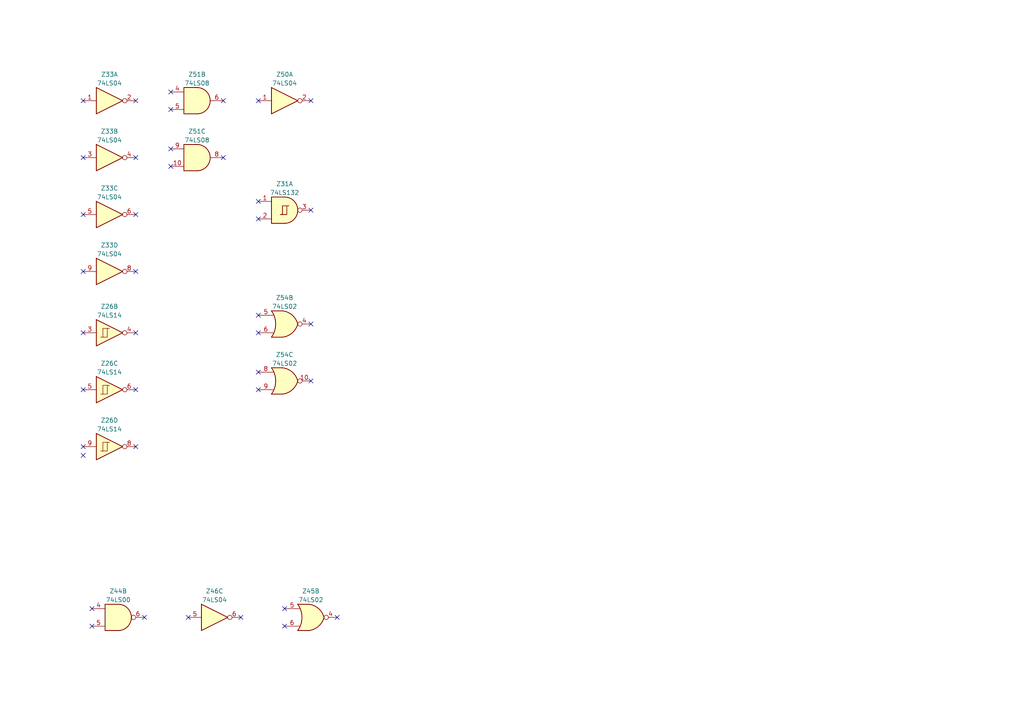
<source format=kicad_sch>
(kicad_sch (version 20221004) (generator eeschema)
  (paper "A4")
  (lib_symbols
    (symbol "74xx:74LS00" (pin_names (offset 1.016))
      (property "Reference" "U" (at 0 1.27 0))
      (property "Value" "74LS00" (at 0 -1.27 0))
      (symbol "74LS00_1_1"
        (arc (start 0 -3.81) (mid 3.81 0) (end 0 3.81) (stroke (width 0.254)) (fill (type background)))
        (polyline (pts (xy 0 3.81) (xy -3.81 3.81) (xy -3.81 -3.81) (xy 0 -3.81)) (stroke (width 0.254)) (fill (type background)))
        (pin input line (at -7.62 2.54 0) (length 3.81) (name "~") (number "1"))
        (pin input line (at -7.62 -2.54 0) (length 3.81) (name "~") (number "2"))
        (pin output inverted (at 7.62 0 180) (length 3.81) (name "~") (number "3"))
      )
      (symbol "74LS00_1_2"
        (arc (start -3.81 -3.81) (mid -2.589 0) (end -3.81 3.81) (stroke (width 0.254)))
        (arc (start -0.6096 -3.81) (mid 2.1842 -2.5851) (end 3.81 0) (stroke (width 0.254)) (fill (type background)))
        (polyline (pts (xy -3.81 -3.81) (xy -0.635 -3.81)) (stroke (width 0.254)) (fill (type background)))
        (polyline (pts (xy -3.81 3.81) (xy -0.635 3.81)) (stroke (width 0.254)) (fill (type background)))
        (polyline (pts (xy -0.635 3.81) (xy -3.81 3.81) (xy -3.81 3.81) (xy -3.556 3.4036) (xy -3.0226 2.2606) (xy -2.6924 1.0414) (xy -2.6162 -0.254) (xy -2.7686 -1.4986) (xy -3.175 -2.7178) (xy -3.81 -3.81) (xy -3.81 -3.81) (xy -0.635 -3.81)) (stroke (width -25.4)) (fill (type background)))
        (arc (start 3.81 0) (mid 2.1915 2.5936) (end -0.6096 3.81) (stroke (width 0.254)) (fill (type background)))
        (pin input inverted (at -7.62 2.54 0) (length 4.318) (name "~") (number "1"))
        (pin input inverted (at -7.62 -2.54 0) (length 4.318) (name "~") (number "2"))
        (pin output line (at 7.62 0 180) (length 3.81) (name "~") (number "3"))
      )
      (symbol "74LS00_2_1"
        (arc (start 0 -3.81) (mid 3.81 0) (end 0 3.81) (stroke (width 0.254)) (fill (type background)))
        (polyline (pts (xy 0 3.81) (xy -3.81 3.81) (xy -3.81 -3.81) (xy 0 -3.81)) (stroke (width 0.254)) (fill (type background)))
        (pin input line (at -7.62 2.54 0) (length 3.81) (name "~") (number "4"))
        (pin input line (at -7.62 -2.54 0) (length 3.81) (name "~") (number "5"))
        (pin output inverted (at 7.62 0 180) (length 3.81) (name "~") (number "6"))
      )
      (symbol "74LS00_2_2"
        (arc (start -3.81 -3.81) (mid -2.589 0) (end -3.81 3.81) (stroke (width 0.254)))
        (arc (start -0.6096 -3.81) (mid 2.1842 -2.5851) (end 3.81 0) (stroke (width 0.254)) (fill (type background)))
        (polyline (pts (xy -3.81 -3.81) (xy -0.635 -3.81)) (stroke (width 0.254)) (fill (type background)))
        (polyline (pts (xy -3.81 3.81) (xy -0.635 3.81)) (stroke (width 0.254)) (fill (type background)))
        (polyline (pts (xy -0.635 3.81) (xy -3.81 3.81) (xy -3.81 3.81) (xy -3.556 3.4036) (xy -3.0226 2.2606) (xy -2.6924 1.0414) (xy -2.6162 -0.254) (xy -2.7686 -1.4986) (xy -3.175 -2.7178) (xy -3.81 -3.81) (xy -3.81 -3.81) (xy -0.635 -3.81)) (stroke (width -25.4)) (fill (type background)))
        (arc (start 3.81 0) (mid 2.1915 2.5936) (end -0.6096 3.81) (stroke (width 0.254)) (fill (type background)))
        (pin input inverted (at -7.62 2.54 0) (length 4.318) (name "~") (number "4"))
        (pin input inverted (at -7.62 -2.54 0) (length 4.318) (name "~") (number "5"))
        (pin output line (at 7.62 0 180) (length 3.81) (name "~") (number "6"))
      )
      (symbol "74LS00_3_1"
        (arc (start 0 -3.81) (mid 3.81 0) (end 0 3.81) (stroke (width 0.254)) (fill (type background)))
        (polyline (pts (xy 0 3.81) (xy -3.81 3.81) (xy -3.81 -3.81) (xy 0 -3.81)) (stroke (width 0.254)) (fill (type background)))
        (pin input line (at -7.62 -2.54 0) (length 3.81) (name "~") (number "10"))
        (pin output inverted (at 7.62 0 180) (length 3.81) (name "~") (number "8"))
        (pin input line (at -7.62 2.54 0) (length 3.81) (name "~") (number "9"))
      )
      (symbol "74LS00_3_2"
        (arc (start -3.81 -3.81) (mid -2.589 0) (end -3.81 3.81) (stroke (width 0.254)))
        (arc (start -0.6096 -3.81) (mid 2.1842 -2.5851) (end 3.81 0) (stroke (width 0.254)) (fill (type background)))
        (polyline (pts (xy -3.81 -3.81) (xy -0.635 -3.81)) (stroke (width 0.254)) (fill (type background)))
        (polyline (pts (xy -3.81 3.81) (xy -0.635 3.81)) (stroke (width 0.254)) (fill (type background)))
        (polyline (pts (xy -0.635 3.81) (xy -3.81 3.81) (xy -3.81 3.81) (xy -3.556 3.4036) (xy -3.0226 2.2606) (xy -2.6924 1.0414) (xy -2.6162 -0.254) (xy -2.7686 -1.4986) (xy -3.175 -2.7178) (xy -3.81 -3.81) (xy -3.81 -3.81) (xy -0.635 -3.81)) (stroke (width -25.4)) (fill (type background)))
        (arc (start 3.81 0) (mid 2.1915 2.5936) (end -0.6096 3.81) (stroke (width 0.254)) (fill (type background)))
        (pin input inverted (at -7.62 -2.54 0) (length 4.318) (name "~") (number "10"))
        (pin output line (at 7.62 0 180) (length 3.81) (name "~") (number "8"))
        (pin input inverted (at -7.62 2.54 0) (length 4.318) (name "~") (number "9"))
      )
      (symbol "74LS00_4_1"
        (arc (start 0 -3.81) (mid 3.81 0) (end 0 3.81) (stroke (width 0.254)) (fill (type background)))
        (polyline (pts (xy 0 3.81) (xy -3.81 3.81) (xy -3.81 -3.81) (xy 0 -3.81)) (stroke (width 0.254)) (fill (type background)))
        (pin output inverted (at 7.62 0 180) (length 3.81) (name "~") (number "11"))
        (pin input line (at -7.62 2.54 0) (length 3.81) (name "~") (number "12"))
        (pin input line (at -7.62 -2.54 0) (length 3.81) (name "~") (number "13"))
      )
      (symbol "74LS00_4_2"
        (arc (start -3.81 -3.81) (mid -2.589 0) (end -3.81 3.81) (stroke (width 0.254)))
        (arc (start -0.6096 -3.81) (mid 2.1842 -2.5851) (end 3.81 0) (stroke (width 0.254)) (fill (type background)))
        (polyline (pts (xy -3.81 -3.81) (xy -0.635 -3.81)) (stroke (width 0.254)) (fill (type background)))
        (polyline (pts (xy -3.81 3.81) (xy -0.635 3.81)) (stroke (width 0.254)) (fill (type background)))
        (polyline (pts (xy -0.635 3.81) (xy -3.81 3.81) (xy -3.81 3.81) (xy -3.556 3.4036) (xy -3.0226 2.2606) (xy -2.6924 1.0414) (xy -2.6162 -0.254) (xy -2.7686 -1.4986) (xy -3.175 -2.7178) (xy -3.81 -3.81) (xy -3.81 -3.81) (xy -0.635 -3.81)) (stroke (width -25.4)) (fill (type background)))
        (arc (start 3.81 0) (mid 2.1915 2.5936) (end -0.6096 3.81) (stroke (width 0.254)) (fill (type background)))
        (pin output line (at 7.62 0 180) (length 3.81) (name "~") (number "11"))
        (pin input inverted (at -7.62 2.54 0) (length 4.318) (name "~") (number "12"))
        (pin input inverted (at -7.62 -2.54 0) (length 4.318) (name "~") (number "13"))
      )
      (symbol "74LS00_5_0"
        (pin power_in line (at 0 12.7 270) (length 5.08) (name "VCC") (number "14"))
        (pin power_in line (at 0 -12.7 90) (length 5.08) (name "GND") (number "7"))
      )
      (symbol "74LS00_5_1"
        (rectangle (start -5.08 7.62) (end 5.08 -7.62) (stroke (width 0.254)) (fill (type background)))
      )
    )
    (symbol "74xx:74LS02" (pin_names (offset 1.016))
      (property "Reference" "U" (at 0 1.27 0))
      (property "Value" "74LS02" (at 0 -1.27 0))
      (symbol "74LS02_1_1"
        (arc (start -3.81 -3.81) (mid -2.589 0) (end -3.81 3.81) (stroke (width 0.254)))
        (arc (start -0.6096 -3.81) (mid 2.1842 -2.5851) (end 3.81 0) (stroke (width 0.254)) (fill (type background)))
        (polyline (pts (xy -3.81 -3.81) (xy -0.635 -3.81)) (stroke (width 0.254)) (fill (type background)))
        (polyline (pts (xy -3.81 3.81) (xy -0.635 3.81)) (stroke (width 0.254)) (fill (type background)))
        (polyline (pts (xy -0.635 3.81) (xy -3.81 3.81) (xy -3.81 3.81) (xy -3.556 3.4036) (xy -3.0226 2.2606) (xy -2.6924 1.0414) (xy -2.6162 -0.254) (xy -2.7686 -1.4986) (xy -3.175 -2.7178) (xy -3.81 -3.81) (xy -3.81 -3.81) (xy -0.635 -3.81)) (stroke (width -25.4)) (fill (type background)))
        (arc (start 3.81 0) (mid 2.1915 2.5936) (end -0.6096 3.81) (stroke (width 0.254)) (fill (type background)))
        (pin output inverted (at 7.62 0 180) (length 3.81) (name "~") (number "1"))
        (pin input line (at -7.62 2.54 0) (length 4.318) (name "~") (number "2"))
        (pin input line (at -7.62 -2.54 0) (length 4.318) (name "~") (number "3"))
      )
      (symbol "74LS02_1_2"
        (arc (start 0 -3.81) (mid 3.81 0) (end 0 3.81) (stroke (width 0.254)) (fill (type background)))
        (polyline (pts (xy 0 3.81) (xy -3.81 3.81) (xy -3.81 -3.81) (xy 0 -3.81)) (stroke (width 0.254)) (fill (type background)))
        (pin output line (at 7.62 0 180) (length 3.81) (name "~") (number "1"))
        (pin input inverted (at -7.62 2.54 0) (length 3.81) (name "~") (number "2"))
        (pin input inverted (at -7.62 -2.54 0) (length 3.81) (name "~") (number "3"))
      )
      (symbol "74LS02_2_1"
        (arc (start -3.81 -3.81) (mid -2.589 0) (end -3.81 3.81) (stroke (width 0.254)))
        (arc (start -0.6096 -3.81) (mid 2.1842 -2.5851) (end 3.81 0) (stroke (width 0.254)) (fill (type background)))
        (polyline (pts (xy -3.81 -3.81) (xy -0.635 -3.81)) (stroke (width 0.254)) (fill (type background)))
        (polyline (pts (xy -3.81 3.81) (xy -0.635 3.81)) (stroke (width 0.254)) (fill (type background)))
        (polyline (pts (xy -0.635 3.81) (xy -3.81 3.81) (xy -3.81 3.81) (xy -3.556 3.4036) (xy -3.0226 2.2606) (xy -2.6924 1.0414) (xy -2.6162 -0.254) (xy -2.7686 -1.4986) (xy -3.175 -2.7178) (xy -3.81 -3.81) (xy -3.81 -3.81) (xy -0.635 -3.81)) (stroke (width -25.4)) (fill (type background)))
        (arc (start 3.81 0) (mid 2.1915 2.5936) (end -0.6096 3.81) (stroke (width 0.254)) (fill (type background)))
        (pin output inverted (at 7.62 0 180) (length 3.81) (name "~") (number "4"))
        (pin input line (at -7.62 2.54 0) (length 4.318) (name "~") (number "5"))
        (pin input line (at -7.62 -2.54 0) (length 4.318) (name "~") (number "6"))
      )
      (symbol "74LS02_2_2"
        (arc (start 0 -3.81) (mid 3.81 0) (end 0 3.81) (stroke (width 0.254)) (fill (type background)))
        (polyline (pts (xy 0 3.81) (xy -3.81 3.81) (xy -3.81 -3.81) (xy 0 -3.81)) (stroke (width 0.254)) (fill (type background)))
        (pin output line (at 7.62 0 180) (length 3.81) (name "~") (number "4"))
        (pin input inverted (at -7.62 2.54 0) (length 3.81) (name "~") (number "5"))
        (pin input inverted (at -7.62 -2.54 0) (length 3.81) (name "~") (number "6"))
      )
      (symbol "74LS02_3_1"
        (arc (start -3.81 -3.81) (mid -2.589 0) (end -3.81 3.81) (stroke (width 0.254)))
        (arc (start -0.6096 -3.81) (mid 2.1842 -2.5851) (end 3.81 0) (stroke (width 0.254)) (fill (type background)))
        (polyline (pts (xy -3.81 -3.81) (xy -0.635 -3.81)) (stroke (width 0.254)) (fill (type background)))
        (polyline (pts (xy -3.81 3.81) (xy -0.635 3.81)) (stroke (width 0.254)) (fill (type background)))
        (polyline (pts (xy -0.635 3.81) (xy -3.81 3.81) (xy -3.81 3.81) (xy -3.556 3.4036) (xy -3.0226 2.2606) (xy -2.6924 1.0414) (xy -2.6162 -0.254) (xy -2.7686 -1.4986) (xy -3.175 -2.7178) (xy -3.81 -3.81) (xy -3.81 -3.81) (xy -0.635 -3.81)) (stroke (width -25.4)) (fill (type background)))
        (arc (start 3.81 0) (mid 2.1915 2.5936) (end -0.6096 3.81) (stroke (width 0.254)) (fill (type background)))
        (pin output inverted (at 7.62 0 180) (length 3.81) (name "~") (number "10"))
        (pin input line (at -7.62 2.54 0) (length 4.318) (name "~") (number "8"))
        (pin input line (at -7.62 -2.54 0) (length 4.318) (name "~") (number "9"))
      )
      (symbol "74LS02_3_2"
        (arc (start 0 -3.81) (mid 3.81 0) (end 0 3.81) (stroke (width 0.254)) (fill (type background)))
        (polyline (pts (xy 0 3.81) (xy -3.81 3.81) (xy -3.81 -3.81) (xy 0 -3.81)) (stroke (width 0.254)) (fill (type background)))
        (pin output line (at 7.62 0 180) (length 3.81) (name "~") (number "10"))
        (pin input inverted (at -7.62 2.54 0) (length 3.81) (name "~") (number "8"))
        (pin input inverted (at -7.62 -2.54 0) (length 3.81) (name "~") (number "9"))
      )
      (symbol "74LS02_4_1"
        (arc (start -3.81 -3.81) (mid -2.589 0) (end -3.81 3.81) (stroke (width 0.254)))
        (arc (start -0.6096 -3.81) (mid 2.1842 -2.5851) (end 3.81 0) (stroke (width 0.254)) (fill (type background)))
        (polyline (pts (xy -3.81 -3.81) (xy -0.635 -3.81)) (stroke (width 0.254)) (fill (type background)))
        (polyline (pts (xy -3.81 3.81) (xy -0.635 3.81)) (stroke (width 0.254)) (fill (type background)))
        (polyline (pts (xy -0.635 3.81) (xy -3.81 3.81) (xy -3.81 3.81) (xy -3.556 3.4036) (xy -3.0226 2.2606) (xy -2.6924 1.0414) (xy -2.6162 -0.254) (xy -2.7686 -1.4986) (xy -3.175 -2.7178) (xy -3.81 -3.81) (xy -3.81 -3.81) (xy -0.635 -3.81)) (stroke (width -25.4)) (fill (type background)))
        (arc (start 3.81 0) (mid 2.1915 2.5936) (end -0.6096 3.81) (stroke (width 0.254)) (fill (type background)))
        (pin input line (at -7.62 2.54 0) (length 4.318) (name "~") (number "11"))
        (pin input line (at -7.62 -2.54 0) (length 4.318) (name "~") (number "12"))
        (pin output inverted (at 7.62 0 180) (length 3.81) (name "~") (number "13"))
      )
      (symbol "74LS02_4_2"
        (arc (start 0 -3.81) (mid 3.81 0) (end 0 3.81) (stroke (width 0.254)) (fill (type background)))
        (polyline (pts (xy 0 3.81) (xy -3.81 3.81) (xy -3.81 -3.81) (xy 0 -3.81)) (stroke (width 0.254)) (fill (type background)))
        (pin input inverted (at -7.62 2.54 0) (length 3.81) (name "~") (number "11"))
        (pin input inverted (at -7.62 -2.54 0) (length 3.81) (name "~") (number "12"))
        (pin output line (at 7.62 0 180) (length 3.81) (name "~") (number "13"))
      )
      (symbol "74LS02_5_0"
        (pin power_in line (at 0 12.7 270) (length 5.08) (name "VCC") (number "14"))
        (pin power_in line (at 0 -12.7 90) (length 5.08) (name "GND") (number "7"))
      )
      (symbol "74LS02_5_1"
        (rectangle (start -5.08 7.62) (end 5.08 -7.62) (stroke (width 0.254)) (fill (type background)))
      )
    )
    (symbol "74xx:74LS04"
      (property "Reference" "U" (at 0 1.27 0))
      (property "Value" "74LS04" (at 0 -1.27 0))
      (symbol "74LS04_1_0"
        (polyline (pts (xy -3.81 3.81) (xy -3.81 -3.81) (xy 3.81 0) (xy -3.81 3.81)) (stroke (width 0.254)) (fill (type background)))
        (pin input line (at -7.62 0 0) (length 3.81) (name "~") (number "1"))
        (pin output inverted (at 7.62 0 180) (length 3.81) (name "~") (number "2"))
      )
      (symbol "74LS04_2_0"
        (polyline (pts (xy -3.81 3.81) (xy -3.81 -3.81) (xy 3.81 0) (xy -3.81 3.81)) (stroke (width 0.254)) (fill (type background)))
        (pin input line (at -7.62 0 0) (length 3.81) (name "~") (number "3"))
        (pin output inverted (at 7.62 0 180) (length 3.81) (name "~") (number "4"))
      )
      (symbol "74LS04_3_0"
        (polyline (pts (xy -3.81 3.81) (xy -3.81 -3.81) (xy 3.81 0) (xy -3.81 3.81)) (stroke (width 0.254)) (fill (type background)))
        (pin input line (at -7.62 0 0) (length 3.81) (name "~") (number "5"))
        (pin output inverted (at 7.62 0 180) (length 3.81) (name "~") (number "6"))
      )
      (symbol "74LS04_4_0"
        (polyline (pts (xy -3.81 3.81) (xy -3.81 -3.81) (xy 3.81 0) (xy -3.81 3.81)) (stroke (width 0.254)) (fill (type background)))
        (pin output inverted (at 7.62 0 180) (length 3.81) (name "~") (number "8"))
        (pin input line (at -7.62 0 0) (length 3.81) (name "~") (number "9"))
      )
      (symbol "74LS04_5_0"
        (polyline (pts (xy -3.81 3.81) (xy -3.81 -3.81) (xy 3.81 0) (xy -3.81 3.81)) (stroke (width 0.254)) (fill (type background)))
        (pin output inverted (at 7.62 0 180) (length 3.81) (name "~") (number "10"))
        (pin input line (at -7.62 0 0) (length 3.81) (name "~") (number "11"))
      )
      (symbol "74LS04_6_0"
        (polyline (pts (xy -3.81 3.81) (xy -3.81 -3.81) (xy 3.81 0) (xy -3.81 3.81)) (stroke (width 0.254)) (fill (type background)))
        (pin output inverted (at 7.62 0 180) (length 3.81) (name "~") (number "12"))
        (pin input line (at -7.62 0 0) (length 3.81) (name "~") (number "13"))
      )
      (symbol "74LS04_7_0"
        (pin power_in line (at 0 12.7 270) (length 5.08) (name "VCC") (number "14"))
        (pin power_in line (at 0 -12.7 90) (length 5.08) (name "GND") (number "7"))
      )
      (symbol "74LS04_7_1"
        (rectangle (start -5.08 7.62) (end 5.08 -7.62) (stroke (width 0.254)) (fill (type background)))
      )
    )
    (symbol "74xx:74LS08" (pin_names (offset 1.016))
      (property "Reference" "U" (at 0 1.27 0))
      (property "Value" "74LS08" (at 0 -1.27 0))
      (symbol "74LS08_1_1"
        (arc (start 0 -3.81) (mid 3.81 0) (end 0 3.81) (stroke (width 0.254)) (fill (type background)))
        (polyline (pts (xy 0 3.81) (xy -3.81 3.81) (xy -3.81 -3.81) (xy 0 -3.81)) (stroke (width 0.254)) (fill (type background)))
        (pin input line (at -7.62 2.54 0) (length 3.81) (name "~") (number "1"))
        (pin input line (at -7.62 -2.54 0) (length 3.81) (name "~") (number "2"))
        (pin output line (at 7.62 0 180) (length 3.81) (name "~") (number "3"))
      )
      (symbol "74LS08_1_2"
        (arc (start -3.81 -3.81) (mid -2.589 0) (end -3.81 3.81) (stroke (width 0.254)))
        (arc (start -0.6096 -3.81) (mid 2.1842 -2.5851) (end 3.81 0) (stroke (width 0.254)) (fill (type background)))
        (polyline (pts (xy -3.81 -3.81) (xy -0.635 -3.81)) (stroke (width 0.254)) (fill (type background)))
        (polyline (pts (xy -3.81 3.81) (xy -0.635 3.81)) (stroke (width 0.254)) (fill (type background)))
        (polyline (pts (xy -0.635 3.81) (xy -3.81 3.81) (xy -3.81 3.81) (xy -3.556 3.4036) (xy -3.0226 2.2606) (xy -2.6924 1.0414) (xy -2.6162 -0.254) (xy -2.7686 -1.4986) (xy -3.175 -2.7178) (xy -3.81 -3.81) (xy -3.81 -3.81) (xy -0.635 -3.81)) (stroke (width -25.4)) (fill (type background)))
        (arc (start 3.81 0) (mid 2.1915 2.5936) (end -0.6096 3.81) (stroke (width 0.254)) (fill (type background)))
        (pin input inverted (at -7.62 2.54 0) (length 4.318) (name "~") (number "1"))
        (pin input inverted (at -7.62 -2.54 0) (length 4.318) (name "~") (number "2"))
        (pin output inverted (at 7.62 0 180) (length 3.81) (name "~") (number "3"))
      )
      (symbol "74LS08_2_1"
        (arc (start 0 -3.81) (mid 3.81 0) (end 0 3.81) (stroke (width 0.254)) (fill (type background)))
        (polyline (pts (xy 0 3.81) (xy -3.81 3.81) (xy -3.81 -3.81) (xy 0 -3.81)) (stroke (width 0.254)) (fill (type background)))
        (pin input line (at -7.62 2.54 0) (length 3.81) (name "~") (number "4"))
        (pin input line (at -7.62 -2.54 0) (length 3.81) (name "~") (number "5"))
        (pin output line (at 7.62 0 180) (length 3.81) (name "~") (number "6"))
      )
      (symbol "74LS08_2_2"
        (arc (start -3.81 -3.81) (mid -2.589 0) (end -3.81 3.81) (stroke (width 0.254)))
        (arc (start -0.6096 -3.81) (mid 2.1842 -2.5851) (end 3.81 0) (stroke (width 0.254)) (fill (type background)))
        (polyline (pts (xy -3.81 -3.81) (xy -0.635 -3.81)) (stroke (width 0.254)) (fill (type background)))
        (polyline (pts (xy -3.81 3.81) (xy -0.635 3.81)) (stroke (width 0.254)) (fill (type background)))
        (polyline (pts (xy -0.635 3.81) (xy -3.81 3.81) (xy -3.81 3.81) (xy -3.556 3.4036) (xy -3.0226 2.2606) (xy -2.6924 1.0414) (xy -2.6162 -0.254) (xy -2.7686 -1.4986) (xy -3.175 -2.7178) (xy -3.81 -3.81) (xy -3.81 -3.81) (xy -0.635 -3.81)) (stroke (width -25.4)) (fill (type background)))
        (arc (start 3.81 0) (mid 2.1915 2.5936) (end -0.6096 3.81) (stroke (width 0.254)) (fill (type background)))
        (pin input inverted (at -7.62 2.54 0) (length 4.318) (name "~") (number "4"))
        (pin input inverted (at -7.62 -2.54 0) (length 4.318) (name "~") (number "5"))
        (pin output inverted (at 7.62 0 180) (length 3.81) (name "~") (number "6"))
      )
      (symbol "74LS08_3_1"
        (arc (start 0 -3.81) (mid 3.81 0) (end 0 3.81) (stroke (width 0.254)) (fill (type background)))
        (polyline (pts (xy 0 3.81) (xy -3.81 3.81) (xy -3.81 -3.81) (xy 0 -3.81)) (stroke (width 0.254)) (fill (type background)))
        (pin input line (at -7.62 -2.54 0) (length 3.81) (name "~") (number "10"))
        (pin output line (at 7.62 0 180) (length 3.81) (name "~") (number "8"))
        (pin input line (at -7.62 2.54 0) (length 3.81) (name "~") (number "9"))
      )
      (symbol "74LS08_3_2"
        (arc (start -3.81 -3.81) (mid -2.589 0) (end -3.81 3.81) (stroke (width 0.254)))
        (arc (start -0.6096 -3.81) (mid 2.1842 -2.5851) (end 3.81 0) (stroke (width 0.254)) (fill (type background)))
        (polyline (pts (xy -3.81 -3.81) (xy -0.635 -3.81)) (stroke (width 0.254)) (fill (type background)))
        (polyline (pts (xy -3.81 3.81) (xy -0.635 3.81)) (stroke (width 0.254)) (fill (type background)))
        (polyline (pts (xy -0.635 3.81) (xy -3.81 3.81) (xy -3.81 3.81) (xy -3.556 3.4036) (xy -3.0226 2.2606) (xy -2.6924 1.0414) (xy -2.6162 -0.254) (xy -2.7686 -1.4986) (xy -3.175 -2.7178) (xy -3.81 -3.81) (xy -3.81 -3.81) (xy -0.635 -3.81)) (stroke (width -25.4)) (fill (type background)))
        (arc (start 3.81 0) (mid 2.1915 2.5936) (end -0.6096 3.81) (stroke (width 0.254)) (fill (type background)))
        (pin input inverted (at -7.62 -2.54 0) (length 4.318) (name "~") (number "10"))
        (pin output inverted (at 7.62 0 180) (length 3.81) (name "~") (number "8"))
        (pin input inverted (at -7.62 2.54 0) (length 4.318) (name "~") (number "9"))
      )
      (symbol "74LS08_4_1"
        (arc (start 0 -3.81) (mid 3.81 0) (end 0 3.81) (stroke (width 0.254)) (fill (type background)))
        (polyline (pts (xy 0 3.81) (xy -3.81 3.81) (xy -3.81 -3.81) (xy 0 -3.81)) (stroke (width 0.254)) (fill (type background)))
        (pin output line (at 7.62 0 180) (length 3.81) (name "~") (number "11"))
        (pin input line (at -7.62 2.54 0) (length 3.81) (name "~") (number "12"))
        (pin input line (at -7.62 -2.54 0) (length 3.81) (name "~") (number "13"))
      )
      (symbol "74LS08_4_2"
        (arc (start -3.81 -3.81) (mid -2.589 0) (end -3.81 3.81) (stroke (width 0.254)))
        (arc (start -0.6096 -3.81) (mid 2.1842 -2.5851) (end 3.81 0) (stroke (width 0.254)) (fill (type background)))
        (polyline (pts (xy -3.81 -3.81) (xy -0.635 -3.81)) (stroke (width 0.254)) (fill (type background)))
        (polyline (pts (xy -3.81 3.81) (xy -0.635 3.81)) (stroke (width 0.254)) (fill (type background)))
        (polyline (pts (xy -0.635 3.81) (xy -3.81 3.81) (xy -3.81 3.81) (xy -3.556 3.4036) (xy -3.0226 2.2606) (xy -2.6924 1.0414) (xy -2.6162 -0.254) (xy -2.7686 -1.4986) (xy -3.175 -2.7178) (xy -3.81 -3.81) (xy -3.81 -3.81) (xy -0.635 -3.81)) (stroke (width -25.4)) (fill (type background)))
        (arc (start 3.81 0) (mid 2.1915 2.5936) (end -0.6096 3.81) (stroke (width 0.254)) (fill (type background)))
        (pin output inverted (at 7.62 0 180) (length 3.81) (name "~") (number "11"))
        (pin input inverted (at -7.62 2.54 0) (length 4.318) (name "~") (number "12"))
        (pin input inverted (at -7.62 -2.54 0) (length 4.318) (name "~") (number "13"))
      )
      (symbol "74LS08_5_0"
        (pin power_in line (at 0 12.7 270) (length 5.08) (name "VCC") (number "14"))
        (pin power_in line (at 0 -12.7 90) (length 5.08) (name "GND") (number "7"))
      )
      (symbol "74LS08_5_1"
        (rectangle (start -5.08 7.62) (end 5.08 -7.62) (stroke (width 0.254)) (fill (type background)))
      )
    )
    (symbol "74xx:74LS132" (pin_names (offset 1.016))
      (property "Reference" "U" (at 0 1.27 0))
      (property "Value" "74LS132" (at 0 -1.27 0))
      (symbol "74LS132_1_0"
        (polyline (pts (xy -0.635 -1.27) (xy -0.635 1.27) (xy 0.635 1.27)))
        (polyline (pts (xy -0.635 -1.27) (xy -0.635 1.27) (xy 0.635 1.27)))
        (polyline (pts (xy -1.27 -1.27) (xy 0.635 -1.27) (xy 0.635 1.27) (xy 1.27 1.27)))
        (polyline (pts (xy -1.27 -1.27) (xy 0.635 -1.27) (xy 0.635 1.27) (xy 1.27 1.27)))
      )
      (symbol "74LS132_1_1"
        (arc (start 0 -3.81) (mid 3.81 0) (end 0 3.81) (stroke (width 0.254)) (fill (type background)))
        (polyline (pts (xy 0 3.81) (xy -3.81 3.81) (xy -3.81 -3.81) (xy 0 -3.81)) (stroke (width 0.254)) (fill (type background)))
        (pin input line (at -7.62 2.54 0) (length 3.81) (name "~") (number "1"))
        (pin input line (at -7.62 -2.54 0) (length 3.81) (name "~") (number "2"))
        (pin output inverted (at 7.62 0 180) (length 3.81) (name "~") (number "3"))
      )
      (symbol "74LS132_1_2"
        (arc (start -3.81 -3.81) (mid -2.589 0) (end -3.81 3.81) (stroke (width 0.254)))
        (arc (start -0.6096 -3.81) (mid 2.1842 -2.5851) (end 3.81 0) (stroke (width 0.254)) (fill (type background)))
        (polyline (pts (xy -3.81 -3.81) (xy -0.635 -3.81)) (stroke (width 0.254)) (fill (type background)))
        (polyline (pts (xy -3.81 3.81) (xy -0.635 3.81)) (stroke (width 0.254)) (fill (type background)))
        (polyline (pts (xy -0.635 3.81) (xy -3.81 3.81) (xy -3.81 3.81) (xy -3.556 3.4036) (xy -3.0226 2.2606) (xy -2.6924 1.0414) (xy -2.6162 -0.254) (xy -2.7686 -1.4986) (xy -3.175 -2.7178) (xy -3.81 -3.81) (xy -3.81 -3.81) (xy -0.635 -3.81)) (stroke (width -25.4)) (fill (type background)))
        (arc (start 3.81 0) (mid 2.1915 2.5936) (end -0.6096 3.81) (stroke (width 0.254)) (fill (type background)))
        (pin input inverted (at -7.62 2.54 0) (length 4.318) (name "~") (number "1"))
        (pin input inverted (at -7.62 -2.54 0) (length 4.318) (name "~") (number "2"))
        (pin output line (at 7.62 0 180) (length 3.81) (name "~") (number "3"))
      )
      (symbol "74LS132_2_0"
        (polyline (pts (xy -0.635 -1.27) (xy -0.635 1.27) (xy 0.635 1.27)))
        (polyline (pts (xy -0.635 -1.27) (xy -0.635 1.27) (xy 0.635 1.27)))
        (polyline (pts (xy -1.27 -1.27) (xy 0.635 -1.27) (xy 0.635 1.27) (xy 1.27 1.27)))
        (polyline (pts (xy -1.27 -1.27) (xy 0.635 -1.27) (xy 0.635 1.27) (xy 1.27 1.27)))
      )
      (symbol "74LS132_2_1"
        (arc (start 0 -3.81) (mid 3.81 0) (end 0 3.81) (stroke (width 0.254)) (fill (type background)))
        (polyline (pts (xy 0 3.81) (xy -3.81 3.81) (xy -3.81 -3.81) (xy 0 -3.81)) (stroke (width 0.254)) (fill (type background)))
        (pin input line (at -7.62 2.54 0) (length 3.81) (name "~") (number "4"))
        (pin input line (at -7.62 -2.54 0) (length 3.81) (name "~") (number "5"))
        (pin output inverted (at 7.62 0 180) (length 3.81) (name "~") (number "6"))
      )
      (symbol "74LS132_2_2"
        (arc (start -3.81 -3.81) (mid -2.589 0) (end -3.81 3.81) (stroke (width 0.254)))
        (arc (start -0.6096 -3.81) (mid 2.1842 -2.5851) (end 3.81 0) (stroke (width 0.254)) (fill (type background)))
        (polyline (pts (xy -3.81 -3.81) (xy -0.635 -3.81)) (stroke (width 0.254)) (fill (type background)))
        (polyline (pts (xy -3.81 3.81) (xy -0.635 3.81)) (stroke (width 0.254)) (fill (type background)))
        (polyline (pts (xy -0.635 3.81) (xy -3.81 3.81) (xy -3.81 3.81) (xy -3.556 3.4036) (xy -3.0226 2.2606) (xy -2.6924 1.0414) (xy -2.6162 -0.254) (xy -2.7686 -1.4986) (xy -3.175 -2.7178) (xy -3.81 -3.81) (xy -3.81 -3.81) (xy -0.635 -3.81)) (stroke (width -25.4)) (fill (type background)))
        (arc (start 3.81 0) (mid 2.1915 2.5936) (end -0.6096 3.81) (stroke (width 0.254)) (fill (type background)))
        (pin input inverted (at -7.62 2.54 0) (length 4.318) (name "~") (number "4"))
        (pin input inverted (at -7.62 -2.54 0) (length 4.318) (name "~") (number "5"))
        (pin output line (at 7.62 0 180) (length 3.81) (name "~") (number "6"))
      )
      (symbol "74LS132_3_0"
        (polyline (pts (xy -0.635 -1.27) (xy -0.635 1.27) (xy 0.635 1.27)))
        (polyline (pts (xy -0.635 -1.27) (xy -0.635 1.27) (xy 0.635 1.27)))
        (polyline (pts (xy -1.27 -1.27) (xy 0.635 -1.27) (xy 0.635 1.27) (xy 1.27 1.27)))
        (polyline (pts (xy -1.27 -1.27) (xy 0.635 -1.27) (xy 0.635 1.27) (xy 1.27 1.27)))
      )
      (symbol "74LS132_3_1"
        (arc (start 0 -3.81) (mid 3.81 0) (end 0 3.81) (stroke (width 0.254)) (fill (type background)))
        (polyline (pts (xy 0 3.81) (xy -3.81 3.81) (xy -3.81 -3.81) (xy 0 -3.81)) (stroke (width 0.254)) (fill (type background)))
        (pin input line (at -7.62 -2.54 0) (length 3.81) (name "~") (number "10"))
        (pin output inverted (at 7.62 0 180) (length 3.81) (name "~") (number "8"))
        (pin input line (at -7.62 2.54 0) (length 3.81) (name "~") (number "9"))
      )
      (symbol "74LS132_3_2"
        (arc (start -3.81 -3.81) (mid -2.589 0) (end -3.81 3.81) (stroke (width 0.254)))
        (arc (start -0.6096 -3.81) (mid 2.1842 -2.5851) (end 3.81 0) (stroke (width 0.254)) (fill (type background)))
        (polyline (pts (xy -3.81 -3.81) (xy -0.635 -3.81)) (stroke (width 0.254)) (fill (type background)))
        (polyline (pts (xy -3.81 3.81) (xy -0.635 3.81)) (stroke (width 0.254)) (fill (type background)))
        (polyline (pts (xy -0.635 3.81) (xy -3.81 3.81) (xy -3.81 3.81) (xy -3.556 3.4036) (xy -3.0226 2.2606) (xy -2.6924 1.0414) (xy -2.6162 -0.254) (xy -2.7686 -1.4986) (xy -3.175 -2.7178) (xy -3.81 -3.81) (xy -3.81 -3.81) (xy -0.635 -3.81)) (stroke (width -25.4)) (fill (type background)))
        (arc (start 3.81 0) (mid 2.1915 2.5936) (end -0.6096 3.81) (stroke (width 0.254)) (fill (type background)))
        (pin input inverted (at -7.62 -2.54 0) (length 4.318) (name "~") (number "10"))
        (pin output line (at 7.62 0 180) (length 3.81) (name "~") (number "8"))
        (pin input inverted (at -7.62 2.54 0) (length 4.318) (name "~") (number "9"))
      )
      (symbol "74LS132_4_0"
        (polyline (pts (xy -0.635 -1.27) (xy -0.635 1.27) (xy 0.635 1.27)))
        (polyline (pts (xy -0.635 -1.27) (xy -0.635 1.27) (xy 0.635 1.27)))
        (polyline (pts (xy -1.27 -1.27) (xy 0.635 -1.27) (xy 0.635 1.27) (xy 1.27 1.27)))
        (polyline (pts (xy -1.27 -1.27) (xy 0.635 -1.27) (xy 0.635 1.27) (xy 1.27 1.27)))
      )
      (symbol "74LS132_4_1"
        (arc (start 0 -3.81) (mid 3.81 0) (end 0 3.81) (stroke (width 0.254)) (fill (type background)))
        (polyline (pts (xy 0 3.81) (xy -3.81 3.81) (xy -3.81 -3.81) (xy 0 -3.81)) (stroke (width 0.254)) (fill (type background)))
        (pin output inverted (at 7.62 0 180) (length 3.81) (name "~") (number "11"))
        (pin input line (at -7.62 2.54 0) (length 3.81) (name "~") (number "12"))
        (pin input line (at -7.62 -2.54 0) (length 3.81) (name "~") (number "13"))
      )
      (symbol "74LS132_4_2"
        (arc (start -3.81 -3.81) (mid -2.589 0) (end -3.81 3.81) (stroke (width 0.254)))
        (arc (start -0.6096 -3.81) (mid 2.1842 -2.5851) (end 3.81 0) (stroke (width 0.254)) (fill (type background)))
        (polyline (pts (xy -3.81 -3.81) (xy -0.635 -3.81)) (stroke (width 0.254)) (fill (type background)))
        (polyline (pts (xy -3.81 3.81) (xy -0.635 3.81)) (stroke (width 0.254)) (fill (type background)))
        (polyline (pts (xy -0.635 3.81) (xy -3.81 3.81) (xy -3.81 3.81) (xy -3.556 3.4036) (xy -3.0226 2.2606) (xy -2.6924 1.0414) (xy -2.6162 -0.254) (xy -2.7686 -1.4986) (xy -3.175 -2.7178) (xy -3.81 -3.81) (xy -3.81 -3.81) (xy -0.635 -3.81)) (stroke (width -25.4)) (fill (type background)))
        (arc (start 3.81 0) (mid 2.1915 2.5936) (end -0.6096 3.81) (stroke (width 0.254)) (fill (type background)))
        (pin output line (at 7.62 0 180) (length 3.81) (name "~") (number "11"))
        (pin input inverted (at -7.62 2.54 0) (length 4.318) (name "~") (number "12"))
        (pin input inverted (at -7.62 -2.54 0) (length 4.318) (name "~") (number "13"))
      )
      (symbol "74LS132_5_0"
        (pin power_in line (at 0 12.7 270) (length 5.08) (name "VCC") (number "14"))
        (pin power_in line (at 0 -12.7 90) (length 5.08) (name "GND") (number "7"))
      )
      (symbol "74LS132_5_1"
        (rectangle (start -5.08 7.62) (end 5.08 -7.62) (stroke (width 0.254)) (fill (type background)))
      )
    )
    (symbol "74xx:74LS14" (pin_names (offset 1.016))
      (property "Reference" "U" (at 0 1.27 0))
      (property "Value" "74LS14" (at 0 -1.27 0))
      (symbol "74LS14_1_0"
        (polyline (pts (xy -3.81 3.81) (xy -3.81 -3.81) (xy 3.81 0) (xy -3.81 3.81)) (stroke (width 0.254)) (fill (type background)))
        (pin input line (at -7.62 0 0) (length 3.81) (name "~") (number "1"))
        (pin output inverted (at 7.62 0 180) (length 3.81) (name "~") (number "2"))
      )
      (symbol "74LS14_1_1"
        (polyline (pts (xy -1.905 -1.27) (xy -1.905 1.27) (xy -0.635 1.27)))
        (polyline (pts (xy -2.54 -1.27) (xy -0.635 -1.27) (xy -0.635 1.27) (xy 0 1.27)))
      )
      (symbol "74LS14_2_0"
        (polyline (pts (xy -3.81 3.81) (xy -3.81 -3.81) (xy 3.81 0) (xy -3.81 3.81)) (stroke (width 0.254)) (fill (type background)))
        (pin input line (at -7.62 0 0) (length 3.81) (name "~") (number "3"))
        (pin output inverted (at 7.62 0 180) (length 3.81) (name "~") (number "4"))
      )
      (symbol "74LS14_2_1"
        (polyline (pts (xy -1.905 -1.27) (xy -1.905 1.27) (xy -0.635 1.27)))
        (polyline (pts (xy -2.54 -1.27) (xy -0.635 -1.27) (xy -0.635 1.27) (xy 0 1.27)))
      )
      (symbol "74LS14_3_0"
        (polyline (pts (xy -3.81 3.81) (xy -3.81 -3.81) (xy 3.81 0) (xy -3.81 3.81)) (stroke (width 0.254)) (fill (type background)))
        (pin input line (at -7.62 0 0) (length 3.81) (name "~") (number "5"))
        (pin output inverted (at 7.62 0 180) (length 3.81) (name "~") (number "6"))
      )
      (symbol "74LS14_3_1"
        (polyline (pts (xy -1.905 -1.27) (xy -1.905 1.27) (xy -0.635 1.27)))
        (polyline (pts (xy -2.54 -1.27) (xy -0.635 -1.27) (xy -0.635 1.27) (xy 0 1.27)))
      )
      (symbol "74LS14_4_0"
        (polyline (pts (xy -3.81 3.81) (xy -3.81 -3.81) (xy 3.81 0) (xy -3.81 3.81)) (stroke (width 0.254)) (fill (type background)))
        (pin output inverted (at 7.62 0 180) (length 3.81) (name "~") (number "8"))
        (pin input line (at -7.62 0 0) (length 3.81) (name "~") (number "9"))
      )
      (symbol "74LS14_4_1"
        (polyline (pts (xy -1.905 -1.27) (xy -1.905 1.27) (xy -0.635 1.27)))
        (polyline (pts (xy -2.54 -1.27) (xy -0.635 -1.27) (xy -0.635 1.27) (xy 0 1.27)))
      )
      (symbol "74LS14_5_0"
        (polyline (pts (xy -3.81 3.81) (xy -3.81 -3.81) (xy 3.81 0) (xy -3.81 3.81)) (stroke (width 0.254)) (fill (type background)))
        (pin output inverted (at 7.62 0 180) (length 3.81) (name "~") (number "10"))
        (pin input line (at -7.62 0 0) (length 3.81) (name "~") (number "11"))
      )
      (symbol "74LS14_5_1"
        (polyline (pts (xy -1.905 -1.27) (xy -1.905 1.27) (xy -0.635 1.27)))
        (polyline (pts (xy -2.54 -1.27) (xy -0.635 -1.27) (xy -0.635 1.27) (xy 0 1.27)))
      )
      (symbol "74LS14_6_0"
        (polyline (pts (xy -3.81 3.81) (xy -3.81 -3.81) (xy 3.81 0) (xy -3.81 3.81)) (stroke (width 0.254)) (fill (type background)))
        (pin output inverted (at 7.62 0 180) (length 3.81) (name "~") (number "12"))
        (pin input line (at -7.62 0 0) (length 3.81) (name "~") (number "13"))
      )
      (symbol "74LS14_6_1"
        (polyline (pts (xy -1.905 -1.27) (xy -1.905 1.27) (xy -0.635 1.27)))
        (polyline (pts (xy -2.54 -1.27) (xy -0.635 -1.27) (xy -0.635 1.27) (xy 0 1.27)))
      )
      (symbol "74LS14_7_0"
        (pin power_in line (at 0 12.7 270) (length 5.08) (name "VCC") (number "14"))
        (pin power_in line (at 0 -12.7 90) (length 5.08) (name "GND") (number "7"))
      )
      (symbol "74LS14_7_1"
        (rectangle (start -5.08 7.62) (end 5.08 -7.62) (stroke (width 0.254)) (fill (type background)))
      )
    )
  )
  (no_connect (at 39.37 96.52))
  (no_connect (at 39.37 113.03))
  (no_connect (at 74.93 96.52))
  (no_connect (at 74.93 91.44))
  (no_connect (at 24.13 96.52))
  (no_connect (at 97.79 179.07))
  (no_connect (at 69.85 179.07))
  (no_connect (at 82.55 181.61))
  (no_connect (at 82.55 176.53))
  (no_connect (at 54.61 179.07))
  (no_connect (at 26.67 176.53))
  (no_connect (at 26.67 181.61))
  (no_connect (at 41.91 179.07))
  (no_connect (at 24.13 113.03))
  (no_connect (at 39.37 129.54))
  (no_connect (at 24.13 132.08))
  (no_connect (at 24.13 129.54))
  (no_connect (at 74.93 29.21))
  (no_connect (at 90.17 29.21))
  (no_connect (at 64.77 45.72))
  (no_connect (at 64.77 29.21))
  (no_connect (at 90.17 93.98))
  (no_connect (at 74.93 113.03))
  (no_connect (at 74.93 107.95))
  (no_connect (at 90.17 110.49))
  (no_connect (at 24.13 29.21))
  (no_connect (at 24.13 62.23))
  (no_connect (at 24.13 45.72))
  (no_connect (at 39.37 45.72))
  (no_connect (at 39.37 29.21))
  (no_connect (at 49.53 48.26))
  (no_connect (at 49.53 43.18))
  (no_connect (at 49.53 31.75))
  (no_connect (at 49.53 26.67))
  (no_connect (at 39.37 62.23))
  (no_connect (at 39.37 78.74))
  (no_connect (at 24.13 78.74))
  (no_connect (at 90.17 60.96))
  (no_connect (at 74.93 63.5))
  (no_connect (at 74.93 58.42))
  (symbol (lib_id "74xx:74LS14") (at 31.75 113.03 0) (unit 3)
    (property "Reference" "Z26" (at 31.75 105.41 0))
    (property "Value" "74LS14" (at 31.75 107.95 0))
    (property "Footprint" "Package_DIP:DIP-14_W7.62mm" (effects hide))
    (property "Datasheet" "http://www.ti.com/lit/gpn/sn74LS14" (effects hide))
  )
  (symbol (lib_id "74xx:74LS04") (at 62.23 179.07 0) (unit 3)
    (property "Reference" "Z46" (at 62.23 171.45 0))
    (property "Value" "74LS04" (at 62.23 173.99 0))
    (property "Footprint" "Package_DIP:DIP-14_W7.62mm" (effects hide))
    (property "Datasheet" "http://www.ti.com/lit/gpn/sn74LS04" (effects hide))
  )
  (symbol (lib_id "74xx:74LS14") (at 31.75 129.54 0) (unit 4)
    (property "Reference" "Z26" (at 31.75 121.92 0))
    (property "Value" "74LS14" (at 31.75 124.46 0))
    (property "Footprint" "Package_DIP:DIP-14_W7.62mm" (effects hide))
    (property "Datasheet" "http://www.ti.com/lit/gpn/sn74LS14" (effects hide))
  )
  (symbol (lib_id "74xx:74LS02") (at 82.55 110.49 0) (unit 3)
    (property "Reference" "Z54" (at 82.55 102.87 0))
    (property "Value" "74LS02" (at 82.55 105.41 0))
    (property "Footprint" "Package_DIP:DIP-14_W7.62mm" (effects hide))
    (property "Datasheet" "http://www.ti.com/lit/gpn/sn74ls02" (effects hide))
  )
  (symbol (lib_id "74xx:74LS14") (at 31.75 96.52 0) (unit 2)
    (property "Reference" "Z26" (at 31.75 88.9 0))
    (property "Value" "74LS14" (at 31.75 91.44 0))
    (property "Footprint" "Package_DIP:DIP-14_W7.62mm" (effects hide))
    (property "Datasheet" "http://www.ti.com/lit/gpn/sn74LS14" (effects hide))
  )
  (symbol (lib_id "74xx:74LS00") (at 34.29 179.07 0) (unit 2)
    (property "Reference" "Z44" (at 34.29 171.45 0))
    (property "Value" "74LS00" (at 34.29 173.99 0))
    (property "Footprint" "Package_DIP:DIP-14_W7.62mm" (effects hide))
    (property "Datasheet" "http://www.ti.com/lit/gpn/sn74ls00" (effects hide))
  )
  (symbol (lib_id "74xx:74LS04") (at 82.55 29.21 0) (unit 1)
    (property "Reference" "Z50" (at 82.55 21.59 0))
    (property "Value" "74LS04" (at 82.55 24.13 0))
    (property "Footprint" "Package_DIP:DIP-14_W7.62mm" (effects hide))
    (property "Datasheet" "http://www.ti.com/lit/gpn/sn74LS04" (effects hide))
  )
  (symbol (lib_id "74xx:74LS02") (at 82.55 93.98 0) (unit 2)
    (property "Reference" "Z54" (at 82.55 86.36 0))
    (property "Value" "74LS02" (at 82.55 88.9 0))
    (property "Footprint" "Package_DIP:DIP-14_W7.62mm" (effects hide))
    (property "Datasheet" "http://www.ti.com/lit/gpn/sn74ls02" (effects hide))
  )
  (symbol (lib_id "74xx:74LS08") (at 57.15 45.72 0) (unit 3)
    (property "Reference" "Z51" (at 57.15 38.1 0))
    (property "Value" "74LS08" (at 57.15 40.64 0))
    (property "Footprint" "Package_DIP:DIP-14_W7.62mm" (effects hide))
    (property "Datasheet" "http://www.ti.com/lit/gpn/sn74LS08" (effects hide))
  )
  (symbol (lib_id "74xx:74LS04") (at 31.75 29.21 0) (unit 1)
    (property "Reference" "Z33" (at 31.75 21.59 0))
    (property "Value" "74LS04" (at 31.75 24.13 0))
    (property "Footprint" "Package_DIP:DIP-14_W7.62mm" (effects hide))
    (property "Datasheet" "http://www.ti.com/lit/gpn/sn74LS04" (effects hide))
  )
  (symbol (lib_id "74xx:74LS08") (at 57.15 29.21 0) (unit 2)
    (property "Reference" "Z51" (at 57.15 21.59 0))
    (property "Value" "74LS08" (at 57.15 24.13 0))
    (property "Footprint" "Package_DIP:DIP-14_W7.62mm" (effects hide))
    (property "Datasheet" "http://www.ti.com/lit/gpn/sn74LS08" (effects hide))
  )
  (symbol (lib_id "74xx:74LS132") (at 82.55 60.96 0) (unit 1)
    (property "Reference" "Z31" (at 82.55 53.34 0))
    (property "Value" "74LS132" (at 82.55 55.88 0))
    (property "Footprint" "Package_DIP:DIP-14_W7.62mm" (effects hide))
    (property "Datasheet" "http://www.ti.com/lit/gpn/sn74LS132" (effects hide))
  )
  (symbol (lib_id "74xx:74LS04") (at 31.75 45.72 0) (unit 2)
    (property "Reference" "Z33" (at 31.75 38.1 0))
    (property "Value" "74LS04" (at 31.75 40.64 0))
    (property "Footprint" "Package_DIP:DIP-14_W7.62mm" (effects hide))
    (property "Datasheet" "http://www.ti.com/lit/gpn/sn74LS04" (effects hide))
  )
  (symbol (lib_id "74xx:74LS04") (at 31.75 62.23 0) (unit 3)
    (property "Reference" "Z33" (at 31.75 54.61 0))
    (property "Value" "74LS04" (at 31.75 57.15 0))
    (property "Footprint" "Package_DIP:DIP-14_W7.62mm" (effects hide))
    (property "Datasheet" "http://www.ti.com/lit/gpn/sn74LS04" (effects hide))
  )
  (symbol (lib_id "74xx:74LS02") (at 90.17 179.07 0) (unit 2)
    (property "Reference" "Z45" (at 90.17 171.45 0))
    (property "Value" "74LS02" (at 90.17 173.99 0))
    (property "Footprint" "Package_DIP:DIP-14_W7.62mm" (effects hide))
    (property "Datasheet" "http://www.ti.com/lit/gpn/sn74ls02" (effects hide))
  )
  (symbol (lib_id "74xx:74LS04") (at 31.75 78.74 0) (unit 4)
    (property "Reference" "Z33" (at 31.75 71.12 0))
    (property "Value" "74LS04" (at 31.75 73.66 0))
    (property "Footprint" "Package_DIP:DIP-14_W7.62mm" (effects hide))
    (property "Datasheet" "http://www.ti.com/lit/gpn/sn74LS04" (effects hide))
  )
)
</source>
